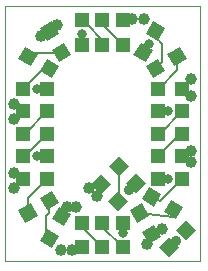
<source format=gtl>
G75*
%MOIN*%
%OFA0B0*%
%FSLAX24Y24*%
%IPPOS*%
%LPD*%
%AMOC8*
5,1,8,0,0,1.08239X$1,22.5*
%
%ADD10C,0.0000*%
%ADD11R,0.0472X0.0472*%
%ADD12R,0.0472X0.0472*%
%ADD13C,0.0397*%
%ADD14C,0.0060*%
%ADD15C,0.0317*%
%ADD16C,0.0356*%
D10*
X002392Y002517D02*
X002392Y011017D01*
X008892Y011017D01*
X008892Y002517D01*
X002392Y002517D01*
D11*
X004954Y002978D03*
X005642Y002978D03*
X006329Y002978D03*
X006329Y003805D03*
X005642Y003805D03*
X004954Y003805D03*
X003805Y005267D03*
X003805Y006017D03*
X003805Y006767D03*
X003805Y007517D03*
X003805Y008267D03*
X002978Y008267D03*
X002978Y007517D03*
X002978Y006767D03*
X002978Y006017D03*
X002978Y005267D03*
X004954Y009728D03*
X005642Y009728D03*
X006329Y009728D03*
X006329Y010555D03*
X005642Y010555D03*
X004954Y010555D03*
X007478Y008267D03*
X007478Y007517D03*
X007478Y006767D03*
X007478Y006017D03*
X007478Y005267D03*
X008305Y005267D03*
X008305Y006017D03*
X008305Y006767D03*
X008305Y007517D03*
X008305Y008267D03*
D12*
G36*
X007323Y008613D02*
X007087Y009021D01*
X007495Y009257D01*
X007731Y008849D01*
X007323Y008613D01*
G37*
G36*
X007083Y009149D02*
X006675Y009385D01*
X006911Y009793D01*
X007319Y009557D01*
X007083Y009149D01*
G37*
G36*
X008039Y009026D02*
X007803Y009434D01*
X008211Y009670D01*
X008447Y009262D01*
X008039Y009026D01*
G37*
G36*
X007497Y009865D02*
X007089Y010101D01*
X007325Y010509D01*
X007733Y010273D01*
X007497Y009865D01*
G37*
G36*
X004608Y009385D02*
X004200Y009149D01*
X003964Y009557D01*
X004372Y009793D01*
X004608Y009385D01*
G37*
G36*
X004197Y009021D02*
X003961Y008613D01*
X003553Y008849D01*
X003789Y009257D01*
X004197Y009021D01*
G37*
G36*
X003481Y009434D02*
X003245Y009026D01*
X002837Y009262D01*
X003073Y009670D01*
X003481Y009434D01*
G37*
G36*
X004194Y010101D02*
X003786Y009865D01*
X003550Y010273D01*
X003958Y010509D01*
X004194Y010101D01*
G37*
G36*
X006184Y006017D02*
X006517Y005684D01*
X006184Y005351D01*
X005851Y005684D01*
X006184Y006017D01*
G37*
G36*
X006757Y005454D02*
X007090Y005121D01*
X006757Y004788D01*
X006424Y005121D01*
X006757Y005454D01*
G37*
G36*
X006962Y004575D02*
X007198Y004983D01*
X007606Y004747D01*
X007370Y004339D01*
X006962Y004575D01*
G37*
G36*
X006550Y004211D02*
X006958Y004447D01*
X007194Y004039D01*
X006786Y003803D01*
X006550Y004211D01*
G37*
G36*
X006173Y004870D02*
X006506Y004537D01*
X006173Y004204D01*
X005840Y004537D01*
X006173Y004870D01*
G37*
G36*
X005599Y005432D02*
X005932Y005099D01*
X005599Y004766D01*
X005266Y005099D01*
X005599Y005432D01*
G37*
G36*
X004200Y004322D02*
X004608Y004086D01*
X004372Y003678D01*
X003964Y003914D01*
X004200Y004322D01*
G37*
G36*
X003961Y004858D02*
X004197Y004450D01*
X003789Y004214D01*
X003553Y004622D01*
X003961Y004858D01*
G37*
G36*
X003245Y004444D02*
X003481Y004036D01*
X003073Y003800D01*
X002837Y004208D01*
X003245Y004444D01*
G37*
G36*
X003786Y003606D02*
X004194Y003370D01*
X003958Y002962D01*
X003550Y003198D01*
X003786Y003606D01*
G37*
G36*
X006964Y003495D02*
X007372Y003731D01*
X007608Y003323D01*
X007200Y003087D01*
X006964Y003495D01*
G37*
G36*
X007849Y003307D02*
X008182Y002974D01*
X007849Y002641D01*
X007516Y002974D01*
X007849Y003307D01*
G37*
G36*
X008434Y003892D02*
X008767Y003559D01*
X008434Y003226D01*
X008101Y003559D01*
X008434Y003892D01*
G37*
G36*
X007678Y004161D02*
X007914Y004569D01*
X008322Y004333D01*
X008086Y003925D01*
X007678Y004161D01*
G37*
D13*
X007642Y003579D03*
X007142Y003079D03*
X005454Y004704D03*
X005204Y004954D03*
X004767Y004329D03*
X004454Y004329D03*
X004267Y002892D03*
X004642Y002892D03*
X002704Y004954D03*
X002704Y005454D03*
X002704Y007267D03*
X002704Y007767D03*
X003579Y010017D03*
X004142Y010392D03*
X006642Y010579D03*
X007017Y010579D03*
X008579Y008579D03*
X008579Y008017D03*
X008579Y006204D03*
X008579Y005829D03*
D14*
X008493Y005829D01*
X008305Y006017D01*
X008493Y006204D01*
X008579Y006204D01*
X008305Y006767D02*
X008228Y006767D01*
X007478Y006017D01*
X007478Y006767D02*
X007555Y006767D01*
X008305Y007517D01*
X007829Y007517D02*
X007478Y007517D01*
X007478Y008267D02*
X007517Y008267D01*
X008142Y008892D01*
X008142Y009331D01*
X008125Y009348D01*
X007642Y009168D02*
X007642Y009767D01*
X007411Y009997D01*
X007411Y010187D01*
X007204Y009767D02*
X006997Y009560D01*
X006997Y009471D01*
X007409Y008935D02*
X007642Y009168D01*
X008305Y008267D02*
X008579Y008541D01*
X008579Y008579D01*
X008305Y008267D02*
X008555Y008017D01*
X008579Y008017D01*
X006329Y009728D02*
X005642Y010416D01*
X005642Y010555D01*
X005118Y010416D02*
X005642Y009892D01*
X005642Y009728D01*
X004954Y009728D02*
X004954Y010079D01*
X004954Y010416D02*
X005118Y010416D01*
X004954Y010416D02*
X004954Y010555D01*
X004142Y010392D02*
X004077Y010392D01*
X003872Y010187D01*
X003702Y010017D01*
X003579Y010017D01*
X003281Y009471D02*
X003159Y009348D01*
X003281Y009471D02*
X004286Y009471D01*
X003875Y008935D02*
X003647Y008935D01*
X002978Y008267D01*
X003454Y008267D02*
X003805Y008267D01*
X003805Y007517D02*
X003055Y006767D01*
X002978Y006767D01*
X002728Y007267D02*
X002704Y007267D01*
X002728Y007267D02*
X002978Y007517D01*
X002728Y007767D01*
X002704Y007767D01*
X003805Y006767D02*
X003055Y006017D01*
X002978Y006017D01*
X003454Y006017D02*
X003805Y006017D01*
X003805Y005267D02*
X003159Y004620D01*
X003159Y004122D01*
X003767Y004017D02*
X003767Y003389D01*
X003872Y003284D01*
X004267Y002892D02*
X004642Y002892D01*
X004728Y002978D01*
X004954Y002978D01*
X004954Y003666D02*
X005642Y002978D01*
X006329Y002978D02*
X005642Y003666D01*
X005642Y003805D01*
X004954Y003805D02*
X004954Y003666D01*
X004767Y004329D02*
X004454Y004329D01*
X004454Y004168D01*
X004286Y004000D01*
X003875Y004125D02*
X003767Y004017D01*
X003875Y004125D02*
X003875Y004536D01*
X002978Y005267D02*
X002704Y004993D01*
X002704Y004954D01*
X002978Y005267D02*
X002791Y005454D01*
X002704Y005454D01*
X005204Y004954D02*
X005349Y005099D01*
X005599Y005099D01*
X005517Y005017D01*
X005517Y004767D01*
X005454Y004704D01*
X006173Y004537D02*
X006184Y004548D01*
X006184Y005684D01*
X006746Y005121D02*
X006517Y004892D01*
X006746Y005121D02*
X006757Y005121D01*
X007284Y004661D02*
X007574Y004536D01*
X008305Y005267D01*
X007829Y005267D02*
X007478Y005267D01*
X008000Y004247D02*
X008002Y004000D01*
X006872Y004125D01*
X006329Y003805D02*
X006329Y003454D01*
X007142Y003079D02*
X007206Y003079D01*
X007286Y003409D01*
X007519Y003392D01*
X007642Y003579D01*
X008079Y003204D02*
X007849Y002974D01*
X006329Y010555D02*
X006353Y010579D01*
X006642Y010579D01*
X007017Y010579D01*
D15*
X007204Y009767D03*
X004954Y010079D03*
X003454Y008267D03*
X003454Y006017D03*
X006329Y003454D03*
X007829Y005267D03*
X007829Y007517D03*
D16*
X006517Y004892D03*
X008079Y003204D03*
M02*

</source>
